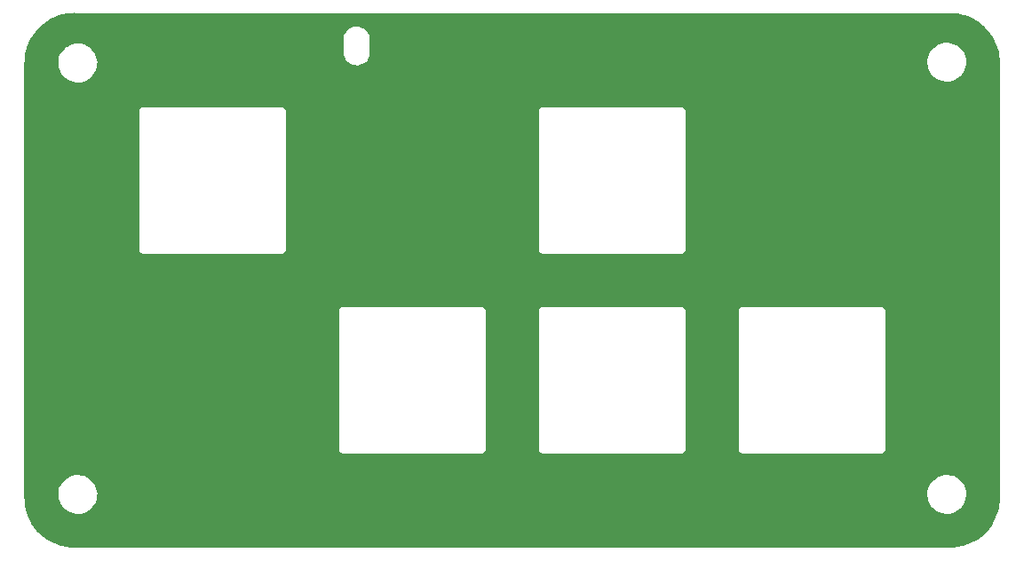
<source format=gbr>
%TF.GenerationSoftware,KiCad,Pcbnew,(7.0.0)*%
%TF.CreationDate,2023-03-02T11:53:53-08:00*%
%TF.ProjectId,JoyKeyMini-plate,4a6f794b-6579-44d6-996e-692d706c6174,1*%
%TF.SameCoordinates,Original*%
%TF.FileFunction,Copper,L1,Top*%
%TF.FilePolarity,Positive*%
%FSLAX46Y46*%
G04 Gerber Fmt 4.6, Leading zero omitted, Abs format (unit mm)*
G04 Created by KiCad (PCBNEW (7.0.0)) date 2023-03-02 11:53:53*
%MOMM*%
%LPD*%
G01*
G04 APERTURE LIST*
G04 APERTURE END LIST*
%TA.AperFunction,Conductor*%
%TO.N,8*%
G36*
X26133253Y-23438135D02*
G01*
X26133407Y-23437361D01*
X26156665Y-23441964D01*
X26156665Y-23443350D01*
X26156566Y-23443350D01*
X26156282Y-23443467D01*
X26156124Y-23443850D01*
X26156282Y-23444233D01*
X26156566Y-23444350D01*
X109640491Y-23444350D01*
X109646200Y-23444481D01*
X109840752Y-23453452D01*
X109841056Y-23453546D01*
X109841058Y-23453466D01*
X109841308Y-23453478D01*
X110059220Y-23464078D01*
X110069614Y-23465026D01*
X110246512Y-23488730D01*
X110277090Y-23492828D01*
X110277817Y-23492928D01*
X110482500Y-23521959D01*
X110492156Y-23523722D01*
X110698001Y-23569824D01*
X110699344Y-23570134D01*
X110898869Y-23617513D01*
X110907707Y-23619962D01*
X111109410Y-23684009D01*
X111111419Y-23684666D01*
X111304970Y-23749968D01*
X111312960Y-23752976D01*
X111472830Y-23819550D01*
X111508587Y-23834440D01*
X111511210Y-23835567D01*
X111697547Y-23918255D01*
X111704685Y-23921701D01*
X111892697Y-24019992D01*
X111895695Y-24021613D01*
X112073453Y-24121021D01*
X112079707Y-24124765D01*
X112258499Y-24239073D01*
X112261942Y-24241356D01*
X112429655Y-24356626D01*
X112435050Y-24360551D01*
X112603296Y-24490044D01*
X112607016Y-24493023D01*
X112763310Y-24623180D01*
X112767853Y-24627155D01*
X112924235Y-24770835D01*
X112928108Y-24774553D01*
X112984773Y-24831361D01*
X113071741Y-24918549D01*
X113075471Y-24922455D01*
X113218745Y-25079186D01*
X113222708Y-25083739D01*
X113352464Y-25240352D01*
X113355435Y-25244081D01*
X113484521Y-25412678D01*
X113488432Y-25418082D01*
X113603242Y-25586032D01*
X113605516Y-25589480D01*
X113719392Y-25768588D01*
X113723130Y-25774868D01*
X113822068Y-25952839D01*
X113823723Y-25955918D01*
X113921513Y-26144128D01*
X113924947Y-26151289D01*
X114007154Y-26337810D01*
X114008277Y-26340440D01*
X114089238Y-26536250D01*
X114092240Y-26544285D01*
X114157042Y-26737964D01*
X114157728Y-26740080D01*
X114221236Y-26941848D01*
X114223674Y-26950734D01*
X114270506Y-27150196D01*
X114270859Y-27151743D01*
X114316431Y-27357649D01*
X114318176Y-27367342D01*
X114346667Y-27571935D01*
X114346795Y-27572880D01*
X114374061Y-27780342D01*
X114374986Y-27790783D01*
X114384909Y-28005790D01*
X114384923Y-28006108D01*
X114393547Y-28203987D01*
X114393665Y-28209386D01*
X114393665Y-69678644D01*
X114393547Y-69684053D01*
X114385227Y-69874609D01*
X114385213Y-69874928D01*
X114374904Y-70097841D01*
X114373975Y-70108298D01*
X114347034Y-70312933D01*
X114346906Y-70313879D01*
X114317880Y-70521962D01*
X114316130Y-70531669D01*
X114270850Y-70735917D01*
X114270495Y-70737469D01*
X114223047Y-70939206D01*
X114220602Y-70948104D01*
X114157338Y-71148749D01*
X114156649Y-71150867D01*
X114091162Y-71346253D01*
X114088151Y-71354300D01*
X114007421Y-71549200D01*
X114006294Y-71551833D01*
X113923304Y-71739788D01*
X113919859Y-71746959D01*
X113822270Y-71934426D01*
X113820610Y-71937508D01*
X113720837Y-72116636D01*
X113717088Y-72122922D01*
X113603402Y-72301372D01*
X113601122Y-72304824D01*
X113485360Y-72473815D01*
X113481436Y-72479224D01*
X113352568Y-72647169D01*
X113349590Y-72650900D01*
X113218805Y-72808400D01*
X113214829Y-72812956D01*
X113071784Y-72969062D01*
X113068043Y-72972970D01*
X112923287Y-73117726D01*
X112919379Y-73121467D01*
X112763271Y-73264514D01*
X112758715Y-73268489D01*
X112601209Y-73399281D01*
X112597478Y-73402260D01*
X112429538Y-73531123D01*
X112424129Y-73535046D01*
X112255124Y-73650818D01*
X112251672Y-73653099D01*
X112073248Y-73766768D01*
X112066962Y-73770517D01*
X111887808Y-73870305D01*
X111884726Y-73871965D01*
X111697269Y-73969550D01*
X111690099Y-73972995D01*
X111502178Y-74055971D01*
X111499543Y-74057098D01*
X111304605Y-74137843D01*
X111296559Y-74140854D01*
X111101179Y-74206339D01*
X111099060Y-74207028D01*
X110898427Y-74270287D01*
X110889530Y-74272732D01*
X110687829Y-74320172D01*
X110686278Y-74320527D01*
X110481974Y-74365821D01*
X110472267Y-74367571D01*
X110264238Y-74396590D01*
X110263291Y-74396718D01*
X110058615Y-74423664D01*
X110048157Y-74424593D01*
X109824331Y-74434941D01*
X109824014Y-74434955D01*
X109641475Y-74442926D01*
X109634466Y-74443232D01*
X109629059Y-74443350D01*
X26147372Y-74443350D01*
X26141963Y-74443232D01*
X25949594Y-74434832D01*
X25949278Y-74434818D01*
X25728291Y-74424604D01*
X25717830Y-74423675D01*
X25511777Y-74396547D01*
X25510832Y-74396419D01*
X25304177Y-74367592D01*
X25294469Y-74365842D01*
X25089309Y-74320358D01*
X25087758Y-74320003D01*
X24886928Y-74272768D01*
X24878031Y-74270323D01*
X24676755Y-74206861D01*
X24674636Y-74206172D01*
X24479899Y-74140903D01*
X24471852Y-74137892D01*
X24276372Y-74056921D01*
X24273739Y-74055794D01*
X24086380Y-73973067D01*
X24079209Y-73969622D01*
X23891277Y-73871790D01*
X23888196Y-73870130D01*
X23709516Y-73770607D01*
X23703252Y-73766872D01*
X23524383Y-73652920D01*
X23520952Y-73650653D01*
X23482779Y-73624504D01*
X23352345Y-73535154D01*
X23346966Y-73531253D01*
X23178629Y-73402083D01*
X23174901Y-73399106D01*
X23017764Y-73268621D01*
X23013208Y-73264646D01*
X22856791Y-73121316D01*
X22852882Y-73117575D01*
X22708438Y-72973130D01*
X22704698Y-72969222D01*
X22561382Y-72812820D01*
X22557407Y-72808264D01*
X22426897Y-72651097D01*
X22423918Y-72647367D01*
X22423766Y-72647169D01*
X22294755Y-72479038D01*
X22290876Y-72473690D01*
X22175323Y-72305003D01*
X22173118Y-72301666D01*
X22059145Y-72122764D01*
X22055429Y-72116533D01*
X21955874Y-71937796D01*
X21954214Y-71934714D01*
X21927165Y-71882753D01*
X21856384Y-71746784D01*
X21852962Y-71739662D01*
X21770178Y-71552174D01*
X21769122Y-71549705D01*
X21688125Y-71354161D01*
X21685120Y-71346134D01*
X21619801Y-71151249D01*
X21619209Y-71149427D01*
X21555685Y-70947952D01*
X21553248Y-70939084D01*
X21506026Y-70738309D01*
X21505672Y-70736760D01*
X21500456Y-70713233D01*
X21460172Y-70531527D01*
X21458429Y-70521853D01*
X21429584Y-70315076D01*
X21429467Y-70314207D01*
X21429424Y-70313879D01*
X21402340Y-70108156D01*
X21401416Y-70097748D01*
X21391240Y-69877651D01*
X21382783Y-69683937D01*
X21382665Y-69678529D01*
X21382665Y-69431615D01*
X24619953Y-69431615D01*
X24620447Y-69436112D01*
X24620448Y-69436117D01*
X24649082Y-69696356D01*
X24649083Y-69696363D01*
X24649579Y-69700868D01*
X24650724Y-69705248D01*
X24650726Y-69705258D01*
X24682995Y-69828688D01*
X24718093Y-69962938D01*
X24719858Y-69967092D01*
X24719861Y-69967100D01*
X24779815Y-70108182D01*
X24824035Y-70212240D01*
X24826391Y-70216101D01*
X24826394Y-70216106D01*
X24962783Y-70439587D01*
X24965147Y-70443460D01*
X25138420Y-70651670D01*
X25141795Y-70654694D01*
X25141796Y-70654695D01*
X25246495Y-70748506D01*
X25340163Y-70832432D01*
X25566075Y-70981894D01*
X25811341Y-71096870D01*
X26070734Y-71174910D01*
X26338726Y-71214350D01*
X26539534Y-71214350D01*
X26541796Y-71214350D01*
X26744321Y-71199527D01*
X27008718Y-71140630D01*
X27261723Y-71043864D01*
X27497942Y-70911291D01*
X27712342Y-70745738D01*
X27900351Y-70550731D01*
X28057964Y-70330429D01*
X28181821Y-70089525D01*
X28269283Y-69833155D01*
X28318484Y-69566783D01*
X28323424Y-69431615D01*
X107471953Y-69431615D01*
X107472447Y-69436112D01*
X107472448Y-69436117D01*
X107501082Y-69696356D01*
X107501083Y-69696363D01*
X107501579Y-69700868D01*
X107502724Y-69705248D01*
X107502726Y-69705258D01*
X107534995Y-69828688D01*
X107570093Y-69962938D01*
X107571858Y-69967092D01*
X107571861Y-69967100D01*
X107631815Y-70108182D01*
X107676035Y-70212240D01*
X107678391Y-70216101D01*
X107678394Y-70216106D01*
X107814783Y-70439587D01*
X107817147Y-70443460D01*
X107990420Y-70651670D01*
X107993795Y-70654694D01*
X107993796Y-70654695D01*
X108098495Y-70748506D01*
X108192163Y-70832432D01*
X108418075Y-70981894D01*
X108663341Y-71096870D01*
X108922734Y-71174910D01*
X109190726Y-71214350D01*
X109391534Y-71214350D01*
X109393796Y-71214350D01*
X109596321Y-71199527D01*
X109860718Y-71140630D01*
X110113723Y-71043864D01*
X110349942Y-70911291D01*
X110564342Y-70745738D01*
X110752351Y-70550731D01*
X110909964Y-70330429D01*
X111033821Y-70089525D01*
X111121283Y-69833155D01*
X111170484Y-69566783D01*
X111180377Y-69296085D01*
X111150751Y-69026832D01*
X111082237Y-68764762D01*
X110976295Y-68515460D01*
X110835183Y-68284240D01*
X110661910Y-68076030D01*
X110556924Y-67981962D01*
X110463547Y-67898296D01*
X110463543Y-67898292D01*
X110460167Y-67895268D01*
X110234255Y-67745806D01*
X110230161Y-67743886D01*
X110230156Y-67743884D01*
X109993094Y-67632754D01*
X109993090Y-67632752D01*
X109988989Y-67630830D01*
X109984642Y-67629522D01*
X109984639Y-67629521D01*
X109733937Y-67554096D01*
X109733936Y-67554095D01*
X109729596Y-67552790D01*
X109725122Y-67552131D01*
X109725115Y-67552130D01*
X109466078Y-67514008D01*
X109466072Y-67514007D01*
X109461604Y-67513350D01*
X109258534Y-67513350D01*
X109256285Y-67513514D01*
X109256274Y-67513515D01*
X109060528Y-67527842D01*
X109060524Y-67527842D01*
X109056009Y-67528173D01*
X109051591Y-67529157D01*
X109051585Y-67529158D01*
X108796042Y-67586082D01*
X108796026Y-67586086D01*
X108791612Y-67587070D01*
X108787381Y-67588688D01*
X108787375Y-67588690D01*
X108542838Y-67682217D01*
X108542828Y-67682221D01*
X108538607Y-67683836D01*
X108534659Y-67686051D01*
X108534654Y-67686054D01*
X108306341Y-67814190D01*
X108306336Y-67814193D01*
X108302388Y-67816409D01*
X108298804Y-67819175D01*
X108298800Y-67819179D01*
X108091572Y-67979193D01*
X108091559Y-67979204D01*
X108087988Y-67981962D01*
X108084850Y-67985216D01*
X108084843Y-67985223D01*
X107903123Y-68173707D01*
X107903117Y-68173714D01*
X107899979Y-68176969D01*
X107897354Y-68180637D01*
X107897344Y-68180650D01*
X107744999Y-68393590D01*
X107744995Y-68393595D01*
X107742366Y-68397271D01*
X107740297Y-68401294D01*
X107740294Y-68401300D01*
X107620581Y-68634143D01*
X107620576Y-68634154D01*
X107618509Y-68638175D01*
X107617049Y-68642452D01*
X107617044Y-68642466D01*
X107532513Y-68890245D01*
X107532509Y-68890257D01*
X107531047Y-68894545D01*
X107530222Y-68899009D01*
X107530222Y-68899011D01*
X107482669Y-69156456D01*
X107482667Y-69156469D01*
X107481846Y-69160917D01*
X107481680Y-69165443D01*
X107481680Y-69165449D01*
X107476741Y-69300612D01*
X107471953Y-69431615D01*
X28323424Y-69431615D01*
X28328377Y-69296085D01*
X28298751Y-69026832D01*
X28230237Y-68764762D01*
X28124295Y-68515460D01*
X27983183Y-68284240D01*
X27809910Y-68076030D01*
X27704924Y-67981962D01*
X27611547Y-67898296D01*
X27611543Y-67898292D01*
X27608167Y-67895268D01*
X27382255Y-67745806D01*
X27378161Y-67743886D01*
X27378156Y-67743884D01*
X27141094Y-67632754D01*
X27141090Y-67632752D01*
X27136989Y-67630830D01*
X27132642Y-67629522D01*
X27132639Y-67629521D01*
X26881937Y-67554096D01*
X26881936Y-67554095D01*
X26877596Y-67552790D01*
X26873122Y-67552131D01*
X26873115Y-67552130D01*
X26614078Y-67514008D01*
X26614072Y-67514007D01*
X26609604Y-67513350D01*
X26406534Y-67513350D01*
X26404285Y-67513514D01*
X26404274Y-67513515D01*
X26208528Y-67527842D01*
X26208524Y-67527842D01*
X26204009Y-67528173D01*
X26199591Y-67529157D01*
X26199585Y-67529158D01*
X25944042Y-67586082D01*
X25944026Y-67586086D01*
X25939612Y-67587070D01*
X25935381Y-67588688D01*
X25935375Y-67588690D01*
X25690838Y-67682217D01*
X25690828Y-67682221D01*
X25686607Y-67683836D01*
X25682659Y-67686051D01*
X25682654Y-67686054D01*
X25454341Y-67814190D01*
X25454336Y-67814193D01*
X25450388Y-67816409D01*
X25446804Y-67819175D01*
X25446800Y-67819179D01*
X25239572Y-67979193D01*
X25239559Y-67979204D01*
X25235988Y-67981962D01*
X25232850Y-67985216D01*
X25232843Y-67985223D01*
X25051123Y-68173707D01*
X25051117Y-68173714D01*
X25047979Y-68176969D01*
X25045354Y-68180637D01*
X25045344Y-68180650D01*
X24892999Y-68393590D01*
X24892995Y-68393595D01*
X24890366Y-68397271D01*
X24888297Y-68401294D01*
X24888294Y-68401300D01*
X24768581Y-68634143D01*
X24768576Y-68634154D01*
X24766509Y-68638175D01*
X24765049Y-68642452D01*
X24765044Y-68642466D01*
X24680513Y-68890245D01*
X24680509Y-68890257D01*
X24679047Y-68894545D01*
X24678222Y-68899009D01*
X24678222Y-68899011D01*
X24630669Y-69156456D01*
X24630667Y-69156469D01*
X24629846Y-69160917D01*
X24629680Y-69165443D01*
X24629680Y-69165449D01*
X24624741Y-69300612D01*
X24619953Y-69431615D01*
X21382665Y-69431615D01*
X21382665Y-64968850D01*
X51362650Y-64968850D01*
X51362655Y-65025242D01*
X51364203Y-65032023D01*
X51364204Y-65032029D01*
X51386209Y-65128406D01*
X51387760Y-65135197D01*
X51436701Y-65236810D01*
X51441040Y-65242251D01*
X51441041Y-65242252D01*
X51502657Y-65319512D01*
X51507024Y-65324987D01*
X51595202Y-65395307D01*
X51696817Y-65444244D01*
X51806773Y-65469346D01*
X51863065Y-65469349D01*
X51863064Y-65472508D01*
X51863066Y-65472508D01*
X51863066Y-65469350D01*
X64862836Y-65469350D01*
X64863264Y-65469350D01*
X64863397Y-65469294D01*
X64863700Y-65469265D01*
X64919553Y-65469269D01*
X65029503Y-65444183D01*
X65131114Y-65395259D01*
X65219291Y-65324952D01*
X65289613Y-65236786D01*
X65338554Y-65135184D01*
X65363660Y-65025238D01*
X65363665Y-64968850D01*
X70412650Y-64968850D01*
X70412655Y-65025242D01*
X70414203Y-65032023D01*
X70414204Y-65032029D01*
X70436209Y-65128406D01*
X70437760Y-65135197D01*
X70486701Y-65236810D01*
X70491040Y-65242251D01*
X70491041Y-65242252D01*
X70552657Y-65319512D01*
X70557024Y-65324987D01*
X70645202Y-65395307D01*
X70746817Y-65444244D01*
X70856773Y-65469346D01*
X70913065Y-65469349D01*
X70913064Y-65472508D01*
X70913066Y-65472508D01*
X70913066Y-65469350D01*
X83912836Y-65469350D01*
X83913264Y-65469350D01*
X83913397Y-65469294D01*
X83913700Y-65469265D01*
X83969553Y-65469269D01*
X84079503Y-65444183D01*
X84181114Y-65395259D01*
X84269291Y-65324952D01*
X84339613Y-65236786D01*
X84388554Y-65135184D01*
X84413660Y-65025238D01*
X84413665Y-64968850D01*
X89462650Y-64968850D01*
X89462655Y-65025242D01*
X89464203Y-65032023D01*
X89464204Y-65032029D01*
X89486209Y-65128406D01*
X89487760Y-65135197D01*
X89536701Y-65236810D01*
X89541040Y-65242251D01*
X89541041Y-65242252D01*
X89602657Y-65319512D01*
X89607024Y-65324987D01*
X89695202Y-65395307D01*
X89796817Y-65444244D01*
X89906773Y-65469346D01*
X89963065Y-65469349D01*
X89963064Y-65472508D01*
X89963066Y-65472508D01*
X89963066Y-65469350D01*
X102962836Y-65469350D01*
X102963264Y-65469350D01*
X102963397Y-65469294D01*
X102963700Y-65469265D01*
X103019553Y-65469269D01*
X103129503Y-65444183D01*
X103231114Y-65395259D01*
X103319291Y-65324952D01*
X103389613Y-65236786D01*
X103438554Y-65135184D01*
X103463660Y-65025238D01*
X103463665Y-64968850D01*
X103463665Y-64968350D01*
X103463665Y-51969154D01*
X103463705Y-51968850D01*
X103463750Y-51968850D01*
X103463744Y-51912453D01*
X103438635Y-51802488D01*
X103389685Y-51700868D01*
X103354518Y-51656778D01*
X103323697Y-51618136D01*
X103323694Y-51618133D01*
X103319351Y-51612688D01*
X103231159Y-51542369D01*
X103224882Y-51539347D01*
X103224881Y-51539346D01*
X103135810Y-51496460D01*
X103135808Y-51496459D01*
X103129531Y-51493437D01*
X103122738Y-51491887D01*
X103122735Y-51491886D01*
X103026349Y-51469894D01*
X103026344Y-51469893D01*
X103019562Y-51468346D01*
X103012604Y-51468346D01*
X103012600Y-51468346D01*
X102963165Y-51468350D01*
X89963066Y-51468350D01*
X89963039Y-51468360D01*
X89962996Y-51468365D01*
X89913739Y-51468367D01*
X89913733Y-51468367D01*
X89906774Y-51468368D01*
X89899993Y-51469916D01*
X89899985Y-51469917D01*
X89803602Y-51491922D01*
X89803600Y-51491922D01*
X89796822Y-51493470D01*
X89790558Y-51496486D01*
X89790554Y-51496488D01*
X89701481Y-51539385D01*
X89701474Y-51539388D01*
X89695210Y-51542406D01*
X89689770Y-51546743D01*
X89689767Y-51546746D01*
X89612475Y-51608384D01*
X89612470Y-51608388D01*
X89607034Y-51612724D01*
X89602697Y-51618161D01*
X89602693Y-51618166D01*
X89541057Y-51695451D01*
X89541053Y-51695457D01*
X89536714Y-51700898D01*
X89533693Y-51707169D01*
X89533690Y-51707175D01*
X89490796Y-51796233D01*
X89490792Y-51796242D01*
X89487775Y-51802508D01*
X89486226Y-51809289D01*
X89486225Y-51809294D01*
X89464219Y-51905673D01*
X89462670Y-51912459D01*
X89462669Y-51919415D01*
X89462669Y-51919419D01*
X89462665Y-51968750D01*
X89462665Y-64968805D01*
X89462659Y-64968850D01*
X89462650Y-64968850D01*
X84413665Y-64968850D01*
X84413665Y-64968350D01*
X84413665Y-51969154D01*
X84413705Y-51968850D01*
X84413750Y-51968850D01*
X84413744Y-51912453D01*
X84388635Y-51802488D01*
X84339685Y-51700868D01*
X84304518Y-51656778D01*
X84273697Y-51618136D01*
X84273694Y-51618133D01*
X84269351Y-51612688D01*
X84181159Y-51542369D01*
X84174882Y-51539347D01*
X84174881Y-51539346D01*
X84085810Y-51496460D01*
X84085808Y-51496459D01*
X84079531Y-51493437D01*
X84072738Y-51491887D01*
X84072735Y-51491886D01*
X83976349Y-51469894D01*
X83976344Y-51469893D01*
X83969562Y-51468346D01*
X83962604Y-51468346D01*
X83962600Y-51468346D01*
X83913165Y-51468350D01*
X70913066Y-51468350D01*
X70913039Y-51468360D01*
X70912996Y-51468365D01*
X70863739Y-51468367D01*
X70863733Y-51468367D01*
X70856774Y-51468368D01*
X70849993Y-51469916D01*
X70849985Y-51469917D01*
X70753602Y-51491922D01*
X70753600Y-51491922D01*
X70746822Y-51493470D01*
X70740558Y-51496486D01*
X70740554Y-51496488D01*
X70651481Y-51539385D01*
X70651474Y-51539388D01*
X70645210Y-51542406D01*
X70639770Y-51546743D01*
X70639767Y-51546746D01*
X70562475Y-51608384D01*
X70562470Y-51608388D01*
X70557034Y-51612724D01*
X70552697Y-51618161D01*
X70552693Y-51618166D01*
X70491057Y-51695451D01*
X70491053Y-51695457D01*
X70486714Y-51700898D01*
X70483693Y-51707169D01*
X70483690Y-51707175D01*
X70440796Y-51796233D01*
X70440792Y-51796242D01*
X70437775Y-51802508D01*
X70436226Y-51809289D01*
X70436225Y-51809294D01*
X70414219Y-51905673D01*
X70412670Y-51912459D01*
X70412669Y-51919415D01*
X70412669Y-51919419D01*
X70412665Y-51968750D01*
X70412665Y-64968805D01*
X70412659Y-64968850D01*
X70412650Y-64968850D01*
X65363665Y-64968850D01*
X65363665Y-64968350D01*
X65363665Y-51969154D01*
X65363705Y-51968850D01*
X65363750Y-51968850D01*
X65363744Y-51912453D01*
X65338635Y-51802488D01*
X65289685Y-51700868D01*
X65254518Y-51656778D01*
X65223697Y-51618136D01*
X65223694Y-51618133D01*
X65219351Y-51612688D01*
X65131159Y-51542369D01*
X65124882Y-51539347D01*
X65124881Y-51539346D01*
X65035810Y-51496460D01*
X65035808Y-51496459D01*
X65029531Y-51493437D01*
X65022738Y-51491887D01*
X65022735Y-51491886D01*
X64926349Y-51469894D01*
X64926344Y-51469893D01*
X64919562Y-51468346D01*
X64912604Y-51468346D01*
X64912600Y-51468346D01*
X64863165Y-51468350D01*
X51863066Y-51468350D01*
X51863039Y-51468360D01*
X51862996Y-51468365D01*
X51813739Y-51468367D01*
X51813733Y-51468367D01*
X51806774Y-51468368D01*
X51799993Y-51469916D01*
X51799985Y-51469917D01*
X51703602Y-51491922D01*
X51703600Y-51491922D01*
X51696822Y-51493470D01*
X51690558Y-51496486D01*
X51690554Y-51496488D01*
X51601481Y-51539385D01*
X51601474Y-51539388D01*
X51595210Y-51542406D01*
X51589770Y-51546743D01*
X51589767Y-51546746D01*
X51512475Y-51608384D01*
X51512470Y-51608388D01*
X51507034Y-51612724D01*
X51502697Y-51618161D01*
X51502693Y-51618166D01*
X51441057Y-51695451D01*
X51441053Y-51695457D01*
X51436714Y-51700898D01*
X51433693Y-51707169D01*
X51433690Y-51707175D01*
X51390796Y-51796233D01*
X51390792Y-51796242D01*
X51387775Y-51802508D01*
X51386226Y-51809289D01*
X51386225Y-51809294D01*
X51364219Y-51905673D01*
X51362670Y-51912459D01*
X51362669Y-51919415D01*
X51362669Y-51919419D01*
X51362665Y-51968750D01*
X51362665Y-64968805D01*
X51362659Y-64968850D01*
X51362650Y-64968850D01*
X21382665Y-64968850D01*
X21382665Y-45918850D01*
X32312650Y-45918850D01*
X32312655Y-45975242D01*
X32314203Y-45982023D01*
X32314204Y-45982029D01*
X32336209Y-46078406D01*
X32337760Y-46085197D01*
X32386701Y-46186810D01*
X32391040Y-46192251D01*
X32391041Y-46192252D01*
X32452657Y-46269512D01*
X32457024Y-46274987D01*
X32545202Y-46345307D01*
X32646817Y-46394244D01*
X32756773Y-46419346D01*
X32813065Y-46419349D01*
X32813064Y-46422508D01*
X32813066Y-46422508D01*
X32813066Y-46419350D01*
X45812836Y-46419350D01*
X45813264Y-46419350D01*
X45813397Y-46419294D01*
X45813700Y-46419265D01*
X45869553Y-46419269D01*
X45979503Y-46394183D01*
X46081114Y-46345259D01*
X46169291Y-46274952D01*
X46239613Y-46186786D01*
X46288554Y-46085184D01*
X46313660Y-45975238D01*
X46313665Y-45918850D01*
X70412650Y-45918850D01*
X70412655Y-45975242D01*
X70414203Y-45982023D01*
X70414204Y-45982029D01*
X70436209Y-46078406D01*
X70437760Y-46085197D01*
X70486701Y-46186810D01*
X70491040Y-46192251D01*
X70491041Y-46192252D01*
X70552657Y-46269512D01*
X70557024Y-46274987D01*
X70645202Y-46345307D01*
X70746817Y-46394244D01*
X70856773Y-46419346D01*
X70913065Y-46419349D01*
X70913064Y-46422508D01*
X70913066Y-46422508D01*
X70913066Y-46419350D01*
X83912836Y-46419350D01*
X83913264Y-46419350D01*
X83913397Y-46419294D01*
X83913700Y-46419265D01*
X83969553Y-46419269D01*
X84079503Y-46394183D01*
X84181114Y-46345259D01*
X84269291Y-46274952D01*
X84339613Y-46186786D01*
X84388554Y-46085184D01*
X84413660Y-45975238D01*
X84413665Y-45918850D01*
X84413665Y-45918350D01*
X84413665Y-32919154D01*
X84413705Y-32918850D01*
X84413750Y-32918850D01*
X84413744Y-32862453D01*
X84388635Y-32752488D01*
X84339685Y-32650868D01*
X84304517Y-32606777D01*
X84273697Y-32568136D01*
X84273694Y-32568133D01*
X84269351Y-32562688D01*
X84181159Y-32492369D01*
X84174882Y-32489347D01*
X84174881Y-32489346D01*
X84085810Y-32446460D01*
X84085808Y-32446459D01*
X84079531Y-32443437D01*
X84072738Y-32441887D01*
X84072735Y-32441886D01*
X83976349Y-32419894D01*
X83976344Y-32419893D01*
X83969562Y-32418346D01*
X83962604Y-32418346D01*
X83962600Y-32418346D01*
X83913165Y-32418350D01*
X70913066Y-32418350D01*
X70913039Y-32418360D01*
X70912996Y-32418365D01*
X70863739Y-32418367D01*
X70863733Y-32418367D01*
X70856774Y-32418368D01*
X70849993Y-32419916D01*
X70849985Y-32419917D01*
X70753602Y-32441922D01*
X70753600Y-32441922D01*
X70746822Y-32443470D01*
X70740558Y-32446486D01*
X70740554Y-32446488D01*
X70651481Y-32489385D01*
X70651474Y-32489388D01*
X70645210Y-32492406D01*
X70639770Y-32496743D01*
X70639767Y-32496746D01*
X70562475Y-32558384D01*
X70562470Y-32558388D01*
X70557034Y-32562724D01*
X70552697Y-32568161D01*
X70552693Y-32568166D01*
X70491057Y-32645451D01*
X70491053Y-32645457D01*
X70486714Y-32650898D01*
X70483693Y-32657169D01*
X70483690Y-32657175D01*
X70440796Y-32746233D01*
X70440792Y-32746242D01*
X70437775Y-32752508D01*
X70436226Y-32759289D01*
X70436225Y-32759294D01*
X70414219Y-32855673D01*
X70412670Y-32862459D01*
X70412669Y-32869415D01*
X70412669Y-32869419D01*
X70412665Y-32918750D01*
X70412665Y-45918805D01*
X70412659Y-45918850D01*
X70412650Y-45918850D01*
X46313665Y-45918850D01*
X46313665Y-45918350D01*
X46313665Y-32919154D01*
X46313705Y-32918850D01*
X46313750Y-32918850D01*
X46313744Y-32862453D01*
X46288635Y-32752488D01*
X46239685Y-32650868D01*
X46204518Y-32606778D01*
X46173697Y-32568136D01*
X46173694Y-32568133D01*
X46169351Y-32562688D01*
X46081159Y-32492369D01*
X46074882Y-32489347D01*
X46074881Y-32489346D01*
X45985810Y-32446460D01*
X45985808Y-32446459D01*
X45979531Y-32443437D01*
X45972738Y-32441887D01*
X45972735Y-32441886D01*
X45876349Y-32419894D01*
X45876344Y-32419893D01*
X45869562Y-32418346D01*
X45862604Y-32418346D01*
X45862600Y-32418346D01*
X45813165Y-32418350D01*
X32813066Y-32418350D01*
X32813039Y-32418360D01*
X32812996Y-32418365D01*
X32763739Y-32418367D01*
X32763733Y-32418367D01*
X32756774Y-32418368D01*
X32749993Y-32419916D01*
X32749985Y-32419917D01*
X32653602Y-32441922D01*
X32653600Y-32441922D01*
X32646822Y-32443470D01*
X32640558Y-32446486D01*
X32640554Y-32446488D01*
X32551481Y-32489385D01*
X32551474Y-32489388D01*
X32545210Y-32492406D01*
X32539770Y-32496743D01*
X32539767Y-32496746D01*
X32462475Y-32558384D01*
X32462470Y-32558388D01*
X32457034Y-32562724D01*
X32452697Y-32568161D01*
X32452693Y-32568166D01*
X32391057Y-32645451D01*
X32391053Y-32645457D01*
X32386714Y-32650898D01*
X32383693Y-32657169D01*
X32383690Y-32657175D01*
X32340796Y-32746233D01*
X32340792Y-32746242D01*
X32337775Y-32752508D01*
X32336226Y-32759289D01*
X32336225Y-32759294D01*
X32314219Y-32855673D01*
X32312670Y-32862459D01*
X32312669Y-32869415D01*
X32312669Y-32869419D01*
X32312665Y-32918750D01*
X32312665Y-45918805D01*
X32312659Y-45918850D01*
X32312650Y-45918850D01*
X21382665Y-45918850D01*
X21382665Y-28274115D01*
X24619953Y-28274115D01*
X24620447Y-28278612D01*
X24620448Y-28278617D01*
X24649082Y-28538856D01*
X24649083Y-28538863D01*
X24649579Y-28543368D01*
X24650724Y-28547748D01*
X24650726Y-28547758D01*
X24667640Y-28612454D01*
X24718093Y-28805438D01*
X24719858Y-28809592D01*
X24719861Y-28809600D01*
X24796993Y-28991106D01*
X24824035Y-29054740D01*
X24826391Y-29058601D01*
X24826394Y-29058606D01*
X24923952Y-29218460D01*
X24965147Y-29285960D01*
X25138420Y-29494170D01*
X25141795Y-29497194D01*
X25141796Y-29497195D01*
X25261447Y-29604403D01*
X25340163Y-29674932D01*
X25566075Y-29824394D01*
X25811341Y-29939370D01*
X26070734Y-30017410D01*
X26338726Y-30056850D01*
X26539534Y-30056850D01*
X26541796Y-30056850D01*
X26744321Y-30042027D01*
X27008718Y-29983130D01*
X27261723Y-29886364D01*
X27497942Y-29753791D01*
X27712342Y-29588238D01*
X27900351Y-29393231D01*
X28057964Y-29172929D01*
X28181821Y-28932025D01*
X28269283Y-28675655D01*
X28318484Y-28409283D01*
X28328377Y-28138585D01*
X28298751Y-27869332D01*
X28230237Y-27607262D01*
X28124295Y-27357960D01*
X28054596Y-27243755D01*
X51811300Y-27243755D01*
X51811547Y-27246503D01*
X51811548Y-27246518D01*
X51825923Y-27406239D01*
X51825924Y-27406245D01*
X51826423Y-27411788D01*
X51827903Y-27417153D01*
X51827905Y-27417160D01*
X51884824Y-27623398D01*
X51886307Y-27628770D01*
X51888725Y-27633791D01*
X51981552Y-27826551D01*
X51981554Y-27826555D01*
X51983971Y-27831573D01*
X51987244Y-27836079D01*
X51987246Y-27836081D01*
X52014682Y-27873843D01*
X52116278Y-28013678D01*
X52120297Y-28017521D01*
X52120301Y-28017525D01*
X52274947Y-28165381D01*
X52278975Y-28169232D01*
X52466832Y-28293235D01*
X52673812Y-28381703D01*
X52893263Y-28431791D01*
X53118130Y-28441890D01*
X53341187Y-28411675D01*
X53555264Y-28342117D01*
X53753481Y-28235452D01*
X53789641Y-28206615D01*
X107471953Y-28206615D01*
X107472447Y-28211112D01*
X107472448Y-28211117D01*
X107501082Y-28471356D01*
X107501083Y-28471363D01*
X107501579Y-28475868D01*
X107502724Y-28480248D01*
X107502726Y-28480258D01*
X107520373Y-28547758D01*
X107570093Y-28737938D01*
X107571858Y-28742092D01*
X107571861Y-28742100D01*
X107650747Y-28927733D01*
X107676035Y-28987240D01*
X107678391Y-28991101D01*
X107678394Y-28991106D01*
X107814783Y-29214587D01*
X107817147Y-29218460D01*
X107990420Y-29426670D01*
X107993795Y-29429694D01*
X107993796Y-29429695D01*
X108167100Y-29584976D01*
X108192163Y-29607432D01*
X108418075Y-29756894D01*
X108663341Y-29871870D01*
X108922734Y-29949910D01*
X109190726Y-29989350D01*
X109391534Y-29989350D01*
X109393796Y-29989350D01*
X109596321Y-29974527D01*
X109860718Y-29915630D01*
X110113723Y-29818864D01*
X110349942Y-29686291D01*
X110564342Y-29520738D01*
X110752351Y-29325731D01*
X110909964Y-29105429D01*
X111033821Y-28864525D01*
X111121283Y-28608155D01*
X111170484Y-28341783D01*
X111180377Y-28071085D01*
X111150751Y-27801832D01*
X111082237Y-27539762D01*
X110976295Y-27290460D01*
X110835183Y-27059240D01*
X110661910Y-26851030D01*
X110635898Y-26827723D01*
X110463547Y-26673296D01*
X110463543Y-26673292D01*
X110460167Y-26670268D01*
X110234255Y-26520806D01*
X110230161Y-26518886D01*
X110230156Y-26518884D01*
X109993094Y-26407754D01*
X109993090Y-26407752D01*
X109988989Y-26405830D01*
X109984642Y-26404522D01*
X109984639Y-26404521D01*
X109733937Y-26329096D01*
X109733936Y-26329095D01*
X109729596Y-26327790D01*
X109725122Y-26327131D01*
X109725115Y-26327130D01*
X109466078Y-26289008D01*
X109466072Y-26289007D01*
X109461604Y-26288350D01*
X109258534Y-26288350D01*
X109256285Y-26288514D01*
X109256274Y-26288515D01*
X109060528Y-26302842D01*
X109060524Y-26302842D01*
X109056009Y-26303173D01*
X109051591Y-26304157D01*
X109051585Y-26304158D01*
X108796042Y-26361082D01*
X108796026Y-26361086D01*
X108791612Y-26362070D01*
X108787381Y-26363688D01*
X108787375Y-26363690D01*
X108542838Y-26457217D01*
X108542828Y-26457221D01*
X108538607Y-26458836D01*
X108534659Y-26461051D01*
X108534654Y-26461054D01*
X108306341Y-26589190D01*
X108306336Y-26589193D01*
X108302388Y-26591409D01*
X108298804Y-26594175D01*
X108298800Y-26594179D01*
X108091572Y-26754193D01*
X108091559Y-26754204D01*
X108087988Y-26756962D01*
X108084850Y-26760216D01*
X108084843Y-26760223D01*
X107903123Y-26948707D01*
X107903117Y-26948714D01*
X107899979Y-26951969D01*
X107897354Y-26955637D01*
X107897344Y-26955650D01*
X107744999Y-27168590D01*
X107744995Y-27168595D01*
X107742366Y-27172271D01*
X107740297Y-27176294D01*
X107740294Y-27176300D01*
X107620581Y-27409143D01*
X107620576Y-27409154D01*
X107618509Y-27413175D01*
X107617049Y-27417452D01*
X107617044Y-27417466D01*
X107532513Y-27665245D01*
X107532509Y-27665257D01*
X107531047Y-27669545D01*
X107530222Y-27674009D01*
X107530222Y-27674011D01*
X107482669Y-27931456D01*
X107482667Y-27931469D01*
X107481846Y-27935917D01*
X107481680Y-27940443D01*
X107481680Y-27940449D01*
X107473460Y-28165381D01*
X107471953Y-28206615D01*
X53789641Y-28206615D01*
X53929466Y-28095108D01*
X54077565Y-27925596D01*
X54193015Y-27732364D01*
X54272107Y-27521624D01*
X54312300Y-27300147D01*
X54312300Y-25931445D01*
X54297177Y-25763412D01*
X54237293Y-25546430D01*
X54139629Y-25343627D01*
X54007322Y-25161522D01*
X54003301Y-25157678D01*
X54003298Y-25157674D01*
X53848652Y-25009818D01*
X53848650Y-25009816D01*
X53844625Y-25005968D01*
X53656768Y-24881965D01*
X53651646Y-24879775D01*
X53651641Y-24879773D01*
X53454915Y-24795688D01*
X53454911Y-24795686D01*
X53449788Y-24793497D01*
X53444354Y-24792256D01*
X53444352Y-24792256D01*
X53235770Y-24744649D01*
X53235769Y-24744648D01*
X53230337Y-24743409D01*
X53224779Y-24743159D01*
X53224769Y-24743158D01*
X53011030Y-24733559D01*
X53011022Y-24733559D01*
X53005470Y-24733310D01*
X52999966Y-24734055D01*
X52999955Y-24734056D01*
X52787932Y-24762777D01*
X52787927Y-24762777D01*
X52782413Y-24763525D01*
X52777121Y-24765244D01*
X52777114Y-24765246D01*
X52573632Y-24831361D01*
X52573620Y-24831366D01*
X52568336Y-24833083D01*
X52563436Y-24835719D01*
X52563433Y-24835721D01*
X52375015Y-24937112D01*
X52375003Y-24937119D01*
X52370119Y-24939748D01*
X52365778Y-24943209D01*
X52365770Y-24943215D01*
X52198484Y-25076622D01*
X52198477Y-25076627D01*
X52194134Y-25080092D01*
X52190480Y-25084273D01*
X52190474Y-25084280D01*
X52063683Y-25229404D01*
X52046035Y-25249604D01*
X52043184Y-25254375D01*
X52043178Y-25254384D01*
X51933441Y-25438054D01*
X51933436Y-25438063D01*
X51930585Y-25442836D01*
X51928628Y-25448048D01*
X51928627Y-25448052D01*
X51853450Y-25648360D01*
X51853448Y-25648366D01*
X51851493Y-25653576D01*
X51850499Y-25659050D01*
X51850498Y-25659056D01*
X51832535Y-25758039D01*
X51811300Y-25875053D01*
X51811300Y-27243755D01*
X28054596Y-27243755D01*
X27983183Y-27126740D01*
X27809910Y-26918530D01*
X27738466Y-26854516D01*
X27611547Y-26740796D01*
X27611543Y-26740792D01*
X27608167Y-26737768D01*
X27382255Y-26588306D01*
X27378161Y-26586386D01*
X27378156Y-26586384D01*
X27141094Y-26475254D01*
X27141090Y-26475252D01*
X27136989Y-26473330D01*
X27132642Y-26472022D01*
X27132639Y-26472021D01*
X26881937Y-26396596D01*
X26881936Y-26396595D01*
X26877596Y-26395290D01*
X26873122Y-26394631D01*
X26873115Y-26394630D01*
X26614078Y-26356508D01*
X26614072Y-26356507D01*
X26609604Y-26355850D01*
X26406534Y-26355850D01*
X26404285Y-26356014D01*
X26404274Y-26356015D01*
X26208528Y-26370342D01*
X26208524Y-26370342D01*
X26204009Y-26370673D01*
X26199591Y-26371657D01*
X26199585Y-26371658D01*
X25944042Y-26428582D01*
X25944026Y-26428586D01*
X25939612Y-26429570D01*
X25935381Y-26431188D01*
X25935375Y-26431190D01*
X25690838Y-26524717D01*
X25690828Y-26524721D01*
X25686607Y-26526336D01*
X25682659Y-26528551D01*
X25682654Y-26528554D01*
X25454341Y-26656690D01*
X25454336Y-26656693D01*
X25450388Y-26658909D01*
X25446804Y-26661675D01*
X25446800Y-26661679D01*
X25239572Y-26821693D01*
X25239559Y-26821704D01*
X25235988Y-26824462D01*
X25232850Y-26827716D01*
X25232843Y-26827723D01*
X25051123Y-27016207D01*
X25051117Y-27016214D01*
X25047979Y-27019469D01*
X25045354Y-27023137D01*
X25045344Y-27023150D01*
X24892999Y-27236090D01*
X24892995Y-27236095D01*
X24890366Y-27239771D01*
X24888297Y-27243794D01*
X24888294Y-27243800D01*
X24768581Y-27476643D01*
X24768576Y-27476654D01*
X24766509Y-27480675D01*
X24765049Y-27484952D01*
X24765044Y-27484966D01*
X24680513Y-27732745D01*
X24680509Y-27732757D01*
X24679047Y-27737045D01*
X24678222Y-27741509D01*
X24678222Y-27741511D01*
X24630669Y-27998956D01*
X24630667Y-27998969D01*
X24629846Y-28003417D01*
X24629680Y-28007943D01*
X24629680Y-28007949D01*
X24621270Y-28238087D01*
X24619953Y-28274115D01*
X21382665Y-28274115D01*
X21382665Y-28209056D01*
X21382783Y-28203647D01*
X21388571Y-28071085D01*
X21391122Y-28012649D01*
X21397541Y-27873843D01*
X21401475Y-27788766D01*
X21402401Y-27778349D01*
X21429451Y-27572879D01*
X21429497Y-27572541D01*
X21458646Y-27363584D01*
X21460391Y-27353904D01*
X21505831Y-27148937D01*
X21506085Y-27147825D01*
X21553726Y-26945267D01*
X21556157Y-26936422D01*
X21619620Y-26735141D01*
X21620196Y-26733370D01*
X21685952Y-26537183D01*
X21688931Y-26529222D01*
X21769902Y-26333740D01*
X21770995Y-26331189D01*
X21782930Y-26304158D01*
X21854222Y-26142697D01*
X21857647Y-26135567D01*
X21955532Y-25947531D01*
X21957097Y-25944625D01*
X22057239Y-25764835D01*
X22060905Y-25758687D01*
X22174961Y-25579655D01*
X22177114Y-25576396D01*
X22293318Y-25406760D01*
X22297152Y-25401474D01*
X22426398Y-25233037D01*
X22429299Y-25229404D01*
X22560553Y-25071340D01*
X22564463Y-25066859D01*
X22707900Y-24910325D01*
X22711575Y-24906486D01*
X22856815Y-24761246D01*
X22860629Y-24757595D01*
X23017202Y-24614123D01*
X23021656Y-24610237D01*
X23179741Y-24478964D01*
X23183316Y-24476110D01*
X23351754Y-24346863D01*
X23357131Y-24342964D01*
X23526672Y-24226825D01*
X23530026Y-24224609D01*
X23708966Y-24110611D01*
X23715150Y-24106923D01*
X23894953Y-24006773D01*
X23897846Y-24005215D01*
X24085897Y-23907321D01*
X24092973Y-23903921D01*
X24281587Y-23820640D01*
X24284051Y-23819586D01*
X24479546Y-23738609D01*
X24487489Y-23735637D01*
X24683619Y-23669901D01*
X24685530Y-23669279D01*
X24886735Y-23605839D01*
X24895578Y-23603409D01*
X25098200Y-23555753D01*
X25099255Y-23555511D01*
X25304219Y-23510072D01*
X25313899Y-23508327D01*
X25522875Y-23479176D01*
X25523388Y-23479106D01*
X25728666Y-23452080D01*
X25739057Y-23451157D01*
X25963895Y-23440761D01*
X26103158Y-23434681D01*
X26133253Y-23438135D01*
G37*
%TD.AperFunction*%
%TD*%
M02*

</source>
